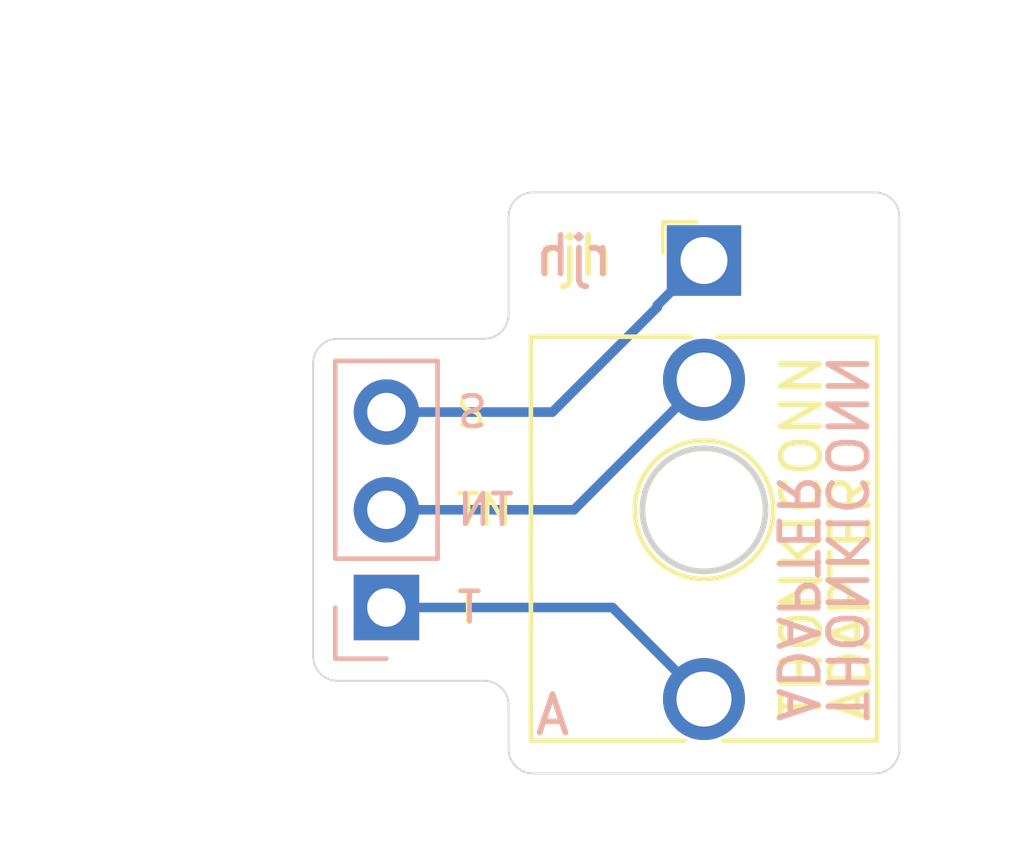
<source format=kicad_pcb>
(kicad_pcb (version 20171130) (host pcbnew "(5.1.5)-2")

  (general
    (thickness 1.6)
    (drawings 38)
    (tracks 9)
    (zones 0)
    (modules 2)
    (nets 4)
  )

  (page A4)
  (layers
    (0 F.Cu signal)
    (31 B.Cu signal)
    (32 B.Adhes user)
    (33 F.Adhes user)
    (34 B.Paste user)
    (35 F.Paste user)
    (36 B.SilkS user)
    (37 F.SilkS user)
    (38 B.Mask user)
    (39 F.Mask user)
    (40 Dwgs.User user)
    (41 Cmts.User user)
    (42 Eco1.User user)
    (43 Eco2.User user)
    (44 Edge.Cuts user)
    (45 Margin user)
    (46 B.CrtYd user)
    (47 F.CrtYd user)
    (48 B.Fab user)
    (49 F.Fab user)
  )

  (setup
    (last_trace_width 0.25)
    (trace_clearance 0.2)
    (zone_clearance 0.508)
    (zone_45_only no)
    (trace_min 0.2)
    (via_size 0.8)
    (via_drill 0.4)
    (via_min_size 0.4)
    (via_min_drill 0.3)
    (uvia_size 0.3)
    (uvia_drill 0.1)
    (uvias_allowed no)
    (uvia_min_size 0.2)
    (uvia_min_drill 0.1)
    (edge_width 0.05)
    (segment_width 0.2)
    (pcb_text_width 0.3)
    (pcb_text_size 1.5 1.5)
    (mod_edge_width 0.12)
    (mod_text_size 1 1)
    (mod_text_width 0.15)
    (pad_size 1.524 1.524)
    (pad_drill 0.762)
    (pad_to_mask_clearance 0.051)
    (solder_mask_min_width 0.25)
    (aux_axis_origin 0 0)
    (grid_origin 185.42 115.7)
    (visible_elements 7FFFFFFF)
    (pcbplotparams
      (layerselection 0x010f0_ffffffff)
      (usegerberextensions false)
      (usegerberattributes false)
      (usegerberadvancedattributes false)
      (creategerberjobfile false)
      (excludeedgelayer true)
      (linewidth 0.100000)
      (plotframeref false)
      (viasonmask false)
      (mode 1)
      (useauxorigin false)
      (hpglpennumber 1)
      (hpglpenspeed 20)
      (hpglpendiameter 15.000000)
      (psnegative false)
      (psa4output false)
      (plotreference true)
      (plotvalue true)
      (plotinvisibletext false)
      (padsonsilk false)
      (subtractmaskfromsilk false)
      (outputformat 1)
      (mirror false)
      (drillshape 0)
      (scaleselection 1)
      (outputdirectory "gerber"))
  )

  (net 0 "")
  (net 1 "Net-(J1-PadT)")
  (net 2 "Net-(J1-PadS)")
  (net 3 "Net-(J1-PadTN)")

  (net_class Default "This is the default net class."
    (clearance 0.2)
    (trace_width 0.25)
    (via_dia 0.8)
    (via_drill 0.4)
    (uvia_dia 0.3)
    (uvia_drill 0.1)
    (add_net "Net-(J1-PadS)")
    (add_net "Net-(J1-PadT)")
    (add_net "Net-(J1-PadTN)")
  )

  (module Connector_PinHeader_2.54mm:PinHeader_1x03_P2.54mm_Vertical (layer B.Cu) (tedit 59FED5CC) (tstamp 5E1EB676)
    (at 126.238 118.494)
    (descr "Through hole straight pin header, 1x03, 2.54mm pitch, single row")
    (tags "Through hole pin header THT 1x03 2.54mm single row")
    (path /5E1F49F6)
    (fp_text reference J2 (at 0 2.33) (layer B.SilkS) hide
      (effects (font (size 1 1) (thickness 0.15)) (justify mirror))
    )
    (fp_text value Conn_01x03 (at 0 -7.41) (layer B.Fab)
      (effects (font (size 1 1) (thickness 0.15)) (justify mirror))
    )
    (fp_text user %R (at 0 -2.54 -90) (layer B.Fab)
      (effects (font (size 1 1) (thickness 0.15)) (justify mirror))
    )
    (fp_line (start 1.8 1.8) (end -1.8 1.8) (layer B.CrtYd) (width 0.05))
    (fp_line (start 1.8 -6.85) (end 1.8 1.8) (layer B.CrtYd) (width 0.05))
    (fp_line (start -1.8 -6.85) (end 1.8 -6.85) (layer B.CrtYd) (width 0.05))
    (fp_line (start -1.8 1.8) (end -1.8 -6.85) (layer B.CrtYd) (width 0.05))
    (fp_line (start -1.33 1.33) (end 0 1.33) (layer B.SilkS) (width 0.12))
    (fp_line (start -1.33 0) (end -1.33 1.33) (layer B.SilkS) (width 0.12))
    (fp_line (start -1.33 -1.27) (end 1.33 -1.27) (layer B.SilkS) (width 0.12))
    (fp_line (start 1.33 -1.27) (end 1.33 -6.41) (layer B.SilkS) (width 0.12))
    (fp_line (start -1.33 -1.27) (end -1.33 -6.41) (layer B.SilkS) (width 0.12))
    (fp_line (start -1.33 -6.41) (end 1.33 -6.41) (layer B.SilkS) (width 0.12))
    (fp_line (start -1.27 0.635) (end -0.635 1.27) (layer B.Fab) (width 0.1))
    (fp_line (start -1.27 -6.35) (end -1.27 0.635) (layer B.Fab) (width 0.1))
    (fp_line (start 1.27 -6.35) (end -1.27 -6.35) (layer B.Fab) (width 0.1))
    (fp_line (start 1.27 1.27) (end 1.27 -6.35) (layer B.Fab) (width 0.1))
    (fp_line (start -0.635 1.27) (end 1.27 1.27) (layer B.Fab) (width 0.1))
    (pad 3 thru_hole oval (at 0 -5.08) (size 1.7 1.7) (drill 1) (layers *.Cu *.Mask)
      (net 2 "Net-(J1-PadS)"))
    (pad 2 thru_hole oval (at 0 -2.54) (size 1.7 1.7) (drill 1) (layers *.Cu *.Mask)
      (net 3 "Net-(J1-PadTN)"))
    (pad 1 thru_hole rect (at 0 0) (size 1.7 1.7) (drill 1) (layers *.Cu *.Mask)
      (net 1 "Net-(J1-PadT)"))
    (model ${KISYS3DMOD}/Connector_PinHeader_2.54mm.3dshapes/PinHeader_1x03_P2.54mm_Vertical.wrl
      (at (xyz 0 0 0))
      (scale (xyz 1 1 1))
      (rotate (xyz 0 0 0))
    )
  )

  (module Connector_Audio:Jack_3.5mm_QingPu_WQP-PJ398SM_Vertical_CircularHoles (layer F.Cu) (tedit 5C2B6BB2) (tstamp 5E1EB760)
    (at 134.493 109.474)
    (descr "TRS 3.5mm, vertical, Thonkiconn, PCB mount, (http://www.qingpu-electronics.com/en/products/WQP-PJ398SM-362.html)")
    (tags "WQP-PJ398SM WQP-PJ301M-12 TRS 3.5mm mono vertical jack thonkiconn qingpu")
    (path /5E1F3EF1)
    (fp_text reference J1 (at -4.03 1.08 180) (layer F.SilkS) hide
      (effects (font (size 1 1) (thickness 0.15)))
    )
    (fp_text value AudioJack2_SwitchT (at 0 5 180) (layer F.Fab)
      (effects (font (size 1 1) (thickness 0.15)))
    )
    (fp_line (start 0 0) (end 0 2.03) (layer F.Fab) (width 0.1))
    (fp_circle (center 0 6.48) (end 1.8 6.48) (layer F.Fab) (width 0.1))
    (fp_line (start 4.5 2.03) (end -4.5 2.03) (layer F.Fab) (width 0.1))
    (fp_line (start 5 -1.42) (end -5 -1.42) (layer F.CrtYd) (width 0.05))
    (fp_line (start 5 12.98) (end -5 12.98) (layer F.CrtYd) (width 0.05))
    (fp_line (start 5 12.98) (end 5 -1.42) (layer F.CrtYd) (width 0.05))
    (fp_line (start 4.5 12.48) (end -4.5 12.48) (layer F.Fab) (width 0.1))
    (fp_line (start 4.5 12.48) (end 4.5 2.08) (layer F.Fab) (width 0.1))
    (fp_line (start -1.06 -1) (end -0.2 -1) (layer F.SilkS) (width 0.12))
    (fp_line (start -1.06 -1) (end -1.06 -0.2) (layer F.SilkS) (width 0.12))
    (fp_circle (center 0 6.48) (end 1.8 6.48) (layer F.SilkS) (width 0.12))
    (fp_line (start -0.35 1.98) (end -4.5 1.98) (layer F.SilkS) (width 0.12))
    (fp_line (start 4.5 1.98) (end 0.35 1.98) (layer F.SilkS) (width 0.12))
    (fp_line (start -0.5 12.48) (end -4.5 12.48) (layer F.SilkS) (width 0.12))
    (fp_line (start 4.5 12.48) (end 0.5 12.48) (layer F.SilkS) (width 0.12))
    (fp_line (start -1.41 6.02) (end -0.46 5.07) (layer Dwgs.User) (width 0.12))
    (fp_line (start -1.42 6.875) (end 0.4 5.06) (layer Dwgs.User) (width 0.12))
    (fp_line (start -1.07 7.49) (end 1.01 5.41) (layer Dwgs.User) (width 0.12))
    (fp_line (start -0.58 7.83) (end 1.36 5.89) (layer Dwgs.User) (width 0.12))
    (fp_line (start 0.09 7.96) (end 1.48 6.57) (layer Dwgs.User) (width 0.12))
    (fp_circle (center 0 6.48) (end 1.5 6.48) (layer Dwgs.User) (width 0.12))
    (fp_line (start 4.5 1.98) (end 4.5 12.48) (layer F.SilkS) (width 0.12))
    (fp_line (start -4.5 1.98) (end -4.5 12.48) (layer F.SilkS) (width 0.12))
    (fp_text user %R (at 0 8 180) (layer F.Fab)
      (effects (font (size 1 1) (thickness 0.15)))
    )
    (fp_line (start -4.5 12.48) (end -4.5 2.08) (layer F.Fab) (width 0.1))
    (fp_line (start -5 12.98) (end -5 -1.42) (layer F.CrtYd) (width 0.05))
    (fp_text user KEEPOUT (at 0 6.48) (layer Cmts.User)
      (effects (font (size 0.4 0.4) (thickness 0.051)))
    )
    (pad T thru_hole circle (at 0 11.4 180) (size 2.13 2.13) (drill 1.43) (layers *.Cu *.Mask)
      (net 1 "Net-(J1-PadT)"))
    (pad S thru_hole rect (at 0 0 180) (size 1.93 1.83) (drill 1.22) (layers *.Cu *.Mask)
      (net 2 "Net-(J1-PadS)"))
    (pad TN thru_hole circle (at 0 3.1 180) (size 2.13 2.13) (drill 1.42) (layers *.Cu *.Mask)
      (net 3 "Net-(J1-PadTN)"))
    (model ${KISYS3DMOD}/Connector_Audio.3dshapes/Jack_3.5mm_QingPu_WQP-PJ398SM_Vertical.wrl
      (at (xyz 0 0 0))
      (scale (xyz 1 1 1))
      (rotate (xyz 0 0 0))
    )
  )

  (dimension 10.16 (width 0.15) (layer Dwgs.User)
    (gr_text "10.160 mm" (at 129.413 125.636) (layer Dwgs.User)
      (effects (font (size 1 1) (thickness 0.15)))
    )
    (feature1 (pts (xy 134.493 119.764) (xy 134.493 124.922421)))
    (feature2 (pts (xy 124.333 119.764) (xy 124.333 124.922421)))
    (crossbar (pts (xy 124.333 124.336) (xy 134.493 124.336)))
    (arrow1a (pts (xy 134.493 124.336) (xy 133.366496 124.922421)))
    (arrow1b (pts (xy 134.493 124.336) (xy 133.366496 123.749579)))
    (arrow2a (pts (xy 124.333 124.336) (xy 125.459504 124.922421)))
    (arrow2b (pts (xy 124.333 124.336) (xy 125.459504 123.749579)))
  )
  (dimension 8.255 (width 0.15) (layer Dwgs.User)
    (gr_text "8.255 mm" (at 138.6205 106.018) (layer Dwgs.User)
      (effects (font (size 1 1) (thickness 0.15)))
    )
    (feature1 (pts (xy 142.748 109.474) (xy 142.748 106.731579)))
    (feature2 (pts (xy 134.493 109.474) (xy 134.493 106.731579)))
    (crossbar (pts (xy 134.493 107.318) (xy 142.748 107.318)))
    (arrow1a (pts (xy 142.748 107.318) (xy 141.621496 107.904421)))
    (arrow1b (pts (xy 142.748 107.318) (xy 141.621496 106.731579)))
    (arrow2a (pts (xy 134.493 107.318) (xy 135.619504 107.904421)))
    (arrow2b (pts (xy 134.493 107.318) (xy 135.619504 106.731579)))
  )
  (dimension 15.24 (width 0.15) (layer Dwgs.User)
    (gr_text "15.240 mm" (at 131.953 103.4) (layer Dwgs.User)
      (effects (font (size 1 1) (thickness 0.15)))
    )
    (feature1 (pts (xy 124.333 108.338) (xy 124.333 104.113579)))
    (feature2 (pts (xy 139.573 108.338) (xy 139.573 104.113579)))
    (crossbar (pts (xy 139.573 104.7) (xy 124.333 104.7)))
    (arrow1a (pts (xy 124.333 104.7) (xy 125.459504 104.113579)))
    (arrow1b (pts (xy 124.333 104.7) (xy 125.459504 105.286421)))
    (arrow2a (pts (xy 139.573 104.7) (xy 138.446496 104.113579)))
    (arrow2b (pts (xy 139.573 104.7) (xy 138.446496 105.286421)))
  )
  (dimension 6.856 (width 0.15) (layer Dwgs.User)
    (gr_text "0.2699 in" (at 122.398001 119.382 270) (layer Dwgs.User)
      (effects (font (size 1 1) (thickness 0.15)))
    )
    (feature1 (pts (xy 126.238 122.81) (xy 123.11158 122.81)))
    (feature2 (pts (xy 126.238 115.954) (xy 123.11158 115.954)))
    (crossbar (pts (xy 123.698001 115.954) (xy 123.698001 122.81)))
    (arrow1a (pts (xy 123.698001 122.81) (xy 123.11158 121.683496)))
    (arrow1b (pts (xy 123.698001 122.81) (xy 124.284422 121.683496)))
    (arrow2a (pts (xy 123.698001 115.954) (xy 123.11158 117.080504)))
    (arrow2b (pts (xy 123.698001 115.954) (xy 124.284422 117.080504)))
  )
  (dimension 8.251 (width 0.15) (layer Dwgs.User)
    (gr_text "0.3248 in" (at 122.398 111.8285 270) (layer Dwgs.User)
      (effects (font (size 1 1) (thickness 0.15)))
    )
    (feature1 (pts (xy 130.048 115.954) (xy 123.111579 115.954)))
    (feature2 (pts (xy 130.048 107.703) (xy 123.111579 107.703)))
    (crossbar (pts (xy 123.698 107.703) (xy 123.698 115.954)))
    (arrow1a (pts (xy 123.698 115.954) (xy 123.111579 114.827496)))
    (arrow1b (pts (xy 123.698 115.954) (xy 124.284421 114.827496)))
    (arrow2a (pts (xy 123.698 107.703) (xy 123.111579 108.829504)))
    (arrow2b (pts (xy 123.698 107.703) (xy 124.284421 108.829504)))
  )
  (gr_text A (at 130.556 121.288) (layer F.SilkS) (tstamp 5E1EBB0B)
    (effects (font (size 1 1) (thickness 0.15)))
  )
  (gr_text A (at 130.556 121.288) (layer B.SilkS)
    (effects (font (size 1 1) (thickness 0.15)) (justify mirror))
  )
  (gr_text rjh (at 132.198 109.354) (layer B.SilkS) (tstamp 5E1EBAE6)
    (effects (font (size 1 1) (thickness 0.15)) (justify left mirror))
  )
  (gr_text rjh (at 130.048 109.354) (layer F.SilkS)
    (effects (font (size 1 1) (thickness 0.15)) (justify left))
  )
  (gr_text ADAPTER (at 136.906 121.548 270) (layer B.SilkS) (tstamp 5E1EBAA2)
    (effects (font (size 1 1) (thickness 0.15)) (justify left mirror))
  )
  (gr_text THONKICONN (at 138.176 121.548 270) (layer B.SilkS) (tstamp 5E1EBA98)
    (effects (font (size 1 1) (thickness 0.15)) (justify left mirror))
  )
  (gr_text ADAPTER (at 138.303 121.548 90) (layer F.SilkS) (tstamp 5E1EBA5F)
    (effects (font (size 1 1) (thickness 0.15)) (justify left))
  )
  (gr_text THONKICONN (at 137.033 121.548 90) (layer F.SilkS) (tstamp 5E1EBA5B)
    (effects (font (size 1 1) (thickness 0.15)) (justify left))
  )
  (dimension 8.255 (width 0.15) (layer Dwgs.User)
    (gr_text "8.255 mm" (at 130.3655 106.018) (layer Dwgs.User)
      (effects (font (size 1 1) (thickness 0.15)))
    )
    (feature1 (pts (xy 134.493 115.954) (xy 134.493 106.731579)))
    (feature2 (pts (xy 126.238 115.954) (xy 126.238 106.731579)))
    (crossbar (pts (xy 126.238 107.318) (xy 134.493 107.318)))
    (arrow1a (pts (xy 134.493 107.318) (xy 133.366496 107.904421)))
    (arrow1b (pts (xy 134.493 107.318) (xy 133.366496 106.731579)))
    (arrow2a (pts (xy 126.238 107.318) (xy 127.364504 107.904421)))
    (arrow2b (pts (xy 126.238 107.318) (xy 127.364504 106.731579)))
  )
  (dimension 15.105 (width 0.15) (layer Dwgs.User)
    (gr_text "15.105 mm" (at 119.858 115.2555 270) (layer Dwgs.User)
      (effects (font (size 1 1) (thickness 0.15)))
    )
    (feature1 (pts (xy 130.048 122.808) (xy 120.571579 122.808)))
    (feature2 (pts (xy 130.048 107.703) (xy 120.571579 107.703)))
    (crossbar (pts (xy 121.158 107.703) (xy 121.158 122.808)))
    (arrow1a (pts (xy 121.158 122.808) (xy 120.571579 121.681496)))
    (arrow1b (pts (xy 121.158 122.808) (xy 121.744421 121.681496)))
    (arrow2a (pts (xy 121.158 107.703) (xy 120.571579 108.829504)))
    (arrow2b (pts (xy 121.158 107.703) (xy 121.744421 108.829504)))
  )
  (gr_text T (at 128.745524 118.494) (layer F.SilkS) (tstamp 5E1EB9E5)
    (effects (font (size 0.8 0.8) (thickness 0.12)) (justify right))
  )
  (gr_text TN (at 129.583619 115.954) (layer F.SilkS) (tstamp 5E1EB9E0)
    (effects (font (size 0.8 0.8) (thickness 0.12)) (justify right))
  )
  (gr_text S (at 128.897905 113.414) (layer F.SilkS) (tstamp 5E1EB9DC)
    (effects (font (size 0.8 0.8) (thickness 0.12)) (justify right))
  )
  (gr_text S (at 128.016 113.414) (layer B.SilkS)
    (effects (font (size 0.8 0.8) (thickness 0.12)) (justify right mirror))
  )
  (gr_text TN (at 128.016 115.954) (layer B.SilkS)
    (effects (font (size 0.8 0.8) (thickness 0.12)) (justify right mirror))
  )
  (gr_text T (at 128.016 118.494) (layer B.SilkS)
    (effects (font (size 0.8 0.8) (thickness 0.12)) (justify right mirror))
  )
  (gr_arc (start 128.778 110.874) (end 128.778 111.509) (angle -90) (layer Edge.Cuts) (width 0.05))
  (gr_arc (start 130.048 108.338) (end 130.048 107.703) (angle -90) (layer Edge.Cuts) (width 0.05))
  (gr_arc (start 138.938 108.338) (end 139.573 108.338) (angle -90) (layer Edge.Cuts) (width 0.05))
  (gr_arc (start 138.938 122.173) (end 138.938 122.808) (angle -90) (layer Edge.Cuts) (width 0.05))
  (gr_arc (start 130.048 122.173) (end 129.413 122.173) (angle -90) (layer Edge.Cuts) (width 0.05))
  (gr_arc (start 128.778 121.034) (end 129.413 121.034) (angle -90) (layer Edge.Cuts) (width 0.05))
  (gr_arc (start 124.968 119.764) (end 124.333 119.764) (angle -90) (layer Edge.Cuts) (width 0.05))
  (gr_arc (start 124.968 112.144) (end 124.968 111.509) (angle -90) (layer Edge.Cuts) (width 0.05))
  (gr_line (start 129.413 110.874) (end 129.413 108.338) (layer Edge.Cuts) (width 0.05))
  (gr_line (start 124.968 111.509) (end 128.778 111.509) (layer Edge.Cuts) (width 0.05))
  (gr_line (start 129.413 121.034) (end 129.413 122.173) (layer Edge.Cuts) (width 0.05))
  (gr_line (start 124.968 120.399) (end 128.778 120.399) (layer Edge.Cuts) (width 0.05))
  (gr_line (start 139.573 108.338) (end 139.573 122.173) (layer Edge.Cuts) (width 0.05) (tstamp 5E1EB90B))
  (gr_line (start 130.048 107.703) (end 138.938 107.703) (layer Edge.Cuts) (width 0.05))
  (gr_line (start 124.333 119.764) (end 124.333 112.144) (layer Edge.Cuts) (width 0.05))
  (gr_line (start 138.938 122.808) (end 130.048 122.808) (layer Edge.Cuts) (width 0.05))
  (gr_circle (center 134.493 115.954) (end 136.093 115.954) (layer Edge.Cuts) (width 0.15))

  (segment (start 132.113 118.494) (end 134.493 120.874) (width 0.25) (layer B.Cu) (net 1))
  (segment (start 126.238 118.494) (end 132.113 118.494) (width 0.25) (layer B.Cu) (net 1))
  (segment (start 133.278 110.639) (end 134.443 109.474) (width 0.25) (layer B.Cu) (net 2))
  (segment (start 133.278 110.689) (end 133.278 110.639) (width 0.25) (layer B.Cu) (net 2))
  (segment (start 134.443 109.474) (end 134.493 109.474) (width 0.25) (layer B.Cu) (net 2))
  (segment (start 130.553 113.414) (end 133.278 110.689) (width 0.25) (layer B.Cu) (net 2))
  (segment (start 126.238 113.414) (end 130.553 113.414) (width 0.25) (layer B.Cu) (net 2))
  (segment (start 131.113 115.954) (end 134.493 112.574) (width 0.25) (layer B.Cu) (net 3))
  (segment (start 126.238 115.954) (end 131.113 115.954) (width 0.25) (layer B.Cu) (net 3))

)

</source>
